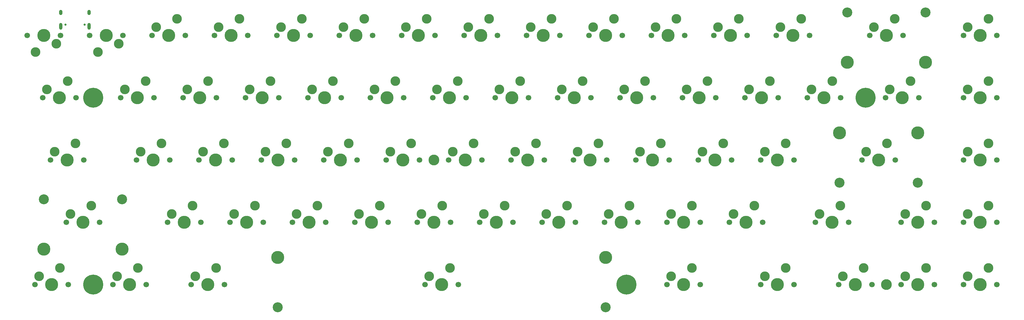
<source format=gbr>
%TF.GenerationSoftware,KiCad,Pcbnew,(5.99.0-2809-gaceed2b0a4)*%
%TF.CreationDate,2020-08-26T23:20:53-04:00*%
%TF.ProjectId,athene-pcb,61746865-6e65-42d7-9063-622e6b696361,rev?*%
%TF.SameCoordinates,Original*%
%TF.FileFunction,Soldermask,Top*%
%TF.FilePolarity,Negative*%
%FSLAX46Y46*%
G04 Gerber Fmt 4.6, Leading zero omitted, Abs format (unit mm)*
G04 Created by KiCad (PCBNEW (5.99.0-2809-gaceed2b0a4)) date 2020-08-26 23:20:53*
%MOMM*%
%LPD*%
G01*
G04 APERTURE LIST*
%ADD10C,6.100000*%
%ADD11C,3.987800*%
%ADD12C,3.048000*%
%ADD13C,3.300000*%
%ADD14C,2.950000*%
%ADD15C,1.700000*%
%ADD16C,3.980180*%
%ADD17O,1.000000X1.600000*%
%ADD18O,1.000000X2.100000*%
%ADD19C,0.650000*%
G04 APERTURE END LIST*
D10*
%TO.C,Poker_oval_hole*%
X203200000Y-101600000D03*
%TD*%
D11*
%TO.C,ST_LSHIFT*%
X49244250Y-90805000D03*
D12*
X25368250Y-75565000D03*
D11*
X25368250Y-90805000D03*
D12*
X49244250Y-75565000D03*
%TD*%
%TO.C,ST_BKSP*%
X270637000Y-18415000D03*
D11*
X270637000Y-33655000D03*
D12*
X294513000Y-18415000D03*
D11*
X294513000Y-33655000D03*
%TD*%
D13*
%TO.C,HOLE5*%
X282575000Y-101600000D03*
%TD*%
%TO.C,HOLE5*%
X144462500Y-63500000D03*
%TD*%
D10*
%TO.C,Poker_oval_hole*%
X40481250Y-101600000D03*
%TD*%
D11*
%TO.C,ST_ENTER*%
X292131750Y-55245000D03*
X268255750Y-55245000D03*
D12*
X292131750Y-70485000D03*
X268255750Y-70485000D03*
%TD*%
D10*
%TO.C,Poker_oval_hole*%
X40481250Y-44450000D03*
%TD*%
%TO.C,Poker_oval_hole*%
X276225000Y-44454000D03*
%TD*%
D14*
%TO.C,K54*%
X216852500Y-80010000D03*
X223202500Y-77470000D03*
D15*
X225742500Y-82550000D03*
D16*
X220662500Y-82550000D03*
D15*
X215582500Y-82550000D03*
%TD*%
D17*
%TO.C,J1*%
X30605000Y-18412500D03*
D18*
X39245000Y-22592500D03*
X30605000Y-22592500D03*
D17*
X39245000Y-18412500D03*
D19*
X37815000Y-22062500D03*
X32035000Y-22062500D03*
%TD*%
D15*
%TO.C,K14*%
X287655000Y-25400000D03*
D14*
X278765000Y-22860000D03*
X285115000Y-20320000D03*
D16*
X282575000Y-25400000D03*
D15*
X277495000Y-25400000D03*
%TD*%
%TO.C,K58*%
X306070000Y-82550000D03*
D14*
X313690000Y-77470000D03*
D16*
X311150000Y-82550000D03*
D14*
X307340000Y-80010000D03*
D15*
X316230000Y-82550000D03*
%TD*%
D14*
%TO.C,K24*%
X183515000Y-41910000D03*
X189865000Y-39370000D03*
D16*
X187325000Y-44450000D03*
D15*
X192405000Y-44450000D03*
X182245000Y-44450000D03*
%TD*%
D14*
%TO.C,K51*%
X159702500Y-80010000D03*
X166052500Y-77470000D03*
D15*
X168592500Y-82550000D03*
X158432500Y-82550000D03*
D16*
X163512500Y-82550000D03*
%TD*%
%TO.C,K22*%
X149225000Y-44450000D03*
D14*
X151765000Y-39370000D03*
D15*
X154305000Y-44450000D03*
X144145000Y-44450000D03*
D14*
X145415000Y-41910000D03*
%TD*%
%TO.C,K59*%
X30321250Y-96520000D03*
D16*
X27781250Y-101600000D03*
D15*
X22701250Y-101600000D03*
D14*
X23971250Y-99060000D03*
D15*
X32861250Y-101600000D03*
%TD*%
%TO.C,K15*%
X316230000Y-25400000D03*
D14*
X313690000Y-20320000D03*
D16*
X311150000Y-25400000D03*
D14*
X307340000Y-22860000D03*
D15*
X306070000Y-25400000D03*
%TD*%
D14*
%TO.C,K6*%
X116840000Y-22860000D03*
D15*
X115570000Y-25400000D03*
D14*
X123190000Y-20320000D03*
D16*
X120650000Y-25400000D03*
D15*
X125730000Y-25400000D03*
%TD*%
D14*
%TO.C,K55*%
X242252500Y-77470000D03*
D15*
X244792500Y-82550000D03*
X234632500Y-82550000D03*
D14*
X235902500Y-80010000D03*
D16*
X239712500Y-82550000D03*
%TD*%
D15*
%TO.C,K9*%
X182880000Y-25400000D03*
D14*
X173990000Y-22860000D03*
X180340000Y-20320000D03*
D15*
X172720000Y-25400000D03*
D16*
X177800000Y-25400000D03*
%TD*%
%TO.C,K53*%
X201612500Y-82550000D03*
D15*
X196532500Y-82550000D03*
D14*
X197802500Y-80010000D03*
D15*
X206692500Y-82550000D03*
D14*
X204152500Y-77470000D03*
%TD*%
D15*
%TO.C,K31*%
X27463750Y-63500000D03*
D16*
X32543750Y-63500000D03*
D14*
X28733750Y-60960000D03*
X35083750Y-58420000D03*
D15*
X37623750Y-63500000D03*
%TD*%
%TO.C,K28*%
X258445000Y-44450000D03*
D16*
X263525000Y-44450000D03*
D15*
X268605000Y-44450000D03*
D14*
X266065000Y-39370000D03*
X259715000Y-41910000D03*
%TD*%
D16*
%TO.C,K30*%
X311150000Y-44450000D03*
D15*
X306070000Y-44450000D03*
D14*
X307340000Y-41910000D03*
X313690000Y-39370000D03*
D15*
X316230000Y-44450000D03*
%TD*%
D14*
%TO.C,K23*%
X170815000Y-39370000D03*
D15*
X163195000Y-44450000D03*
X173355000Y-44450000D03*
D16*
X168275000Y-44450000D03*
D14*
X164465000Y-41910000D03*
%TD*%
D15*
%TO.C,K17*%
X59055000Y-44450000D03*
X48895000Y-44450000D03*
D16*
X53975000Y-44450000D03*
D14*
X50165000Y-41910000D03*
X56515000Y-39370000D03*
%TD*%
D15*
%TO.C,K26*%
X220345000Y-44450000D03*
D14*
X227965000Y-39370000D03*
D16*
X225425000Y-44450000D03*
D15*
X230505000Y-44450000D03*
D14*
X221615000Y-41910000D03*
%TD*%
%TO.C,K61*%
X77946250Y-96520000D03*
D15*
X80486250Y-101600000D03*
X70326250Y-101600000D03*
D16*
X75406250Y-101600000D03*
D14*
X71596250Y-99060000D03*
%TD*%
%TO.C,K5*%
X104140000Y-20320000D03*
X97790000Y-22860000D03*
D15*
X96520000Y-25400000D03*
D16*
X101600000Y-25400000D03*
D15*
X106680000Y-25400000D03*
%TD*%
%TO.C,K29*%
X292417500Y-44450000D03*
X282257500Y-44450000D03*
D14*
X289877500Y-39370000D03*
X283527500Y-41910000D03*
D16*
X287337500Y-44450000D03*
%TD*%
D15*
%TO.C,K47*%
X92392500Y-82550000D03*
D14*
X89852500Y-77470000D03*
D16*
X87312500Y-82550000D03*
D15*
X82232500Y-82550000D03*
D14*
X83502500Y-80010000D03*
%TD*%
%TO.C,K64*%
X245427500Y-99060000D03*
D15*
X254317500Y-101600000D03*
D14*
X251777500Y-96520000D03*
D15*
X244157500Y-101600000D03*
D16*
X249237500Y-101600000D03*
%TD*%
D14*
%TO.C,K2*%
X48260000Y-27940000D03*
X41910000Y-30480000D03*
D16*
X44450000Y-25400000D03*
D15*
X39370000Y-25400000D03*
X49530000Y-25400000D03*
%TD*%
D14*
%TO.C,K42*%
X245427500Y-60960000D03*
D15*
X254317500Y-63500000D03*
X244157500Y-63500000D03*
D16*
X249237500Y-63500000D03*
D14*
X251777500Y-58420000D03*
%TD*%
D15*
%TO.C,K38*%
X167957500Y-63500000D03*
D16*
X173037500Y-63500000D03*
D15*
X178117500Y-63500000D03*
D14*
X169227500Y-60960000D03*
X175577500Y-58420000D03*
%TD*%
D16*
%TO.C,K20*%
X111125000Y-44450000D03*
D14*
X107315000Y-41910000D03*
D15*
X106045000Y-44450000D03*
D14*
X113665000Y-39370000D03*
D15*
X116205000Y-44450000D03*
%TD*%
D14*
%TO.C,K52*%
X178752500Y-80010000D03*
D15*
X177482500Y-82550000D03*
X187642500Y-82550000D03*
D16*
X182562500Y-82550000D03*
D14*
X185102500Y-77470000D03*
%TD*%
D15*
%TO.C,K27*%
X239395000Y-44450000D03*
D16*
X244475000Y-44450000D03*
D14*
X240665000Y-41910000D03*
X247015000Y-39370000D03*
D15*
X249555000Y-44450000D03*
%TD*%
%TO.C,K4*%
X87630000Y-25400000D03*
D16*
X82550000Y-25400000D03*
D14*
X78740000Y-22860000D03*
D15*
X77470000Y-25400000D03*
D14*
X85090000Y-20320000D03*
%TD*%
%TO.C,K48*%
X102552500Y-80010000D03*
X108902500Y-77470000D03*
D16*
X106362500Y-82550000D03*
D15*
X111442500Y-82550000D03*
X101282500Y-82550000D03*
%TD*%
D16*
%TO.C,K49*%
X125412500Y-82550000D03*
D15*
X120332500Y-82550000D03*
D14*
X127952500Y-77470000D03*
X121602500Y-80010000D03*
D15*
X130492500Y-82550000D03*
%TD*%
%TO.C,K41*%
X235267500Y-63500000D03*
D14*
X226377500Y-60960000D03*
D16*
X230187500Y-63500000D03*
D14*
X232727500Y-58420000D03*
D15*
X225107500Y-63500000D03*
%TD*%
D14*
%TO.C,K33*%
X80327500Y-58420000D03*
D15*
X82867500Y-63500000D03*
D14*
X73977500Y-60960000D03*
D15*
X72707500Y-63500000D03*
D16*
X77787500Y-63500000D03*
%TD*%
D14*
%TO.C,K1*%
X29210000Y-27940000D03*
X22860000Y-30480000D03*
D16*
X25400000Y-25400000D03*
D15*
X20320000Y-25400000D03*
X30480000Y-25400000D03*
%TD*%
D11*
%TO.C,ST_SPACE*%
X96805750Y-93345000D03*
D12*
X196881750Y-108585000D03*
D11*
X196881750Y-93345000D03*
D12*
X96805750Y-108585000D03*
%TD*%
D15*
%TO.C,K32*%
X63817500Y-63500000D03*
D14*
X54927500Y-60960000D03*
D16*
X58737500Y-63500000D03*
D15*
X53657500Y-63500000D03*
D14*
X61277500Y-58420000D03*
%TD*%
%TO.C,K19*%
X88265000Y-41910000D03*
X94615000Y-39370000D03*
D16*
X92075000Y-44450000D03*
D15*
X86995000Y-44450000D03*
X97155000Y-44450000D03*
%TD*%
%TO.C,K18*%
X67945000Y-44450000D03*
D16*
X73025000Y-44450000D03*
D14*
X69215000Y-41910000D03*
D15*
X78105000Y-44450000D03*
D14*
X75565000Y-39370000D03*
%TD*%
%TO.C,K25*%
X208915000Y-39370000D03*
D15*
X211455000Y-44450000D03*
D16*
X206375000Y-44450000D03*
D15*
X201295000Y-44450000D03*
D14*
X202565000Y-41910000D03*
%TD*%
D15*
%TO.C,K50*%
X149542500Y-82550000D03*
D14*
X147002500Y-77470000D03*
D16*
X144462500Y-82550000D03*
D15*
X139382500Y-82550000D03*
D14*
X140652500Y-80010000D03*
%TD*%
D15*
%TO.C,K45*%
X32226250Y-82550000D03*
D16*
X37306250Y-82550000D03*
D14*
X39846250Y-77470000D03*
D15*
X42386250Y-82550000D03*
D14*
X33496250Y-80010000D03*
%TD*%
D15*
%TO.C,K36*%
X129857500Y-63500000D03*
D16*
X134937500Y-63500000D03*
D15*
X140017500Y-63500000D03*
D14*
X137477500Y-58420000D03*
X131127500Y-60960000D03*
%TD*%
%TO.C,K39*%
X188277500Y-60960000D03*
D16*
X192087500Y-63500000D03*
D14*
X194627500Y-58420000D03*
D15*
X197167500Y-63500000D03*
X187007500Y-63500000D03*
%TD*%
%TO.C,K3*%
X58420000Y-25400000D03*
X68580000Y-25400000D03*
D14*
X59690000Y-22860000D03*
D16*
X63500000Y-25400000D03*
D14*
X66040000Y-20320000D03*
%TD*%
%TO.C,K37*%
X156527500Y-58420000D03*
X150177500Y-60960000D03*
D16*
X153987500Y-63500000D03*
D15*
X148907500Y-63500000D03*
X159067500Y-63500000D03*
%TD*%
D14*
%TO.C,K60*%
X54133750Y-96520000D03*
X47783750Y-99060000D03*
D15*
X46513750Y-101600000D03*
X56673750Y-101600000D03*
D16*
X51593750Y-101600000D03*
%TD*%
%TO.C,K40*%
X211137500Y-63500000D03*
D14*
X207327500Y-60960000D03*
D15*
X216217500Y-63500000D03*
X206057500Y-63500000D03*
D14*
X213677500Y-58420000D03*
%TD*%
D16*
%TO.C,K43*%
X280193750Y-63500000D03*
D15*
X285273750Y-63500000D03*
D14*
X282733750Y-58420000D03*
D15*
X275113750Y-63500000D03*
D14*
X276383750Y-60960000D03*
%TD*%
D15*
%TO.C,K10*%
X201930000Y-25400000D03*
D14*
X199390000Y-20320000D03*
D15*
X191770000Y-25400000D03*
D14*
X193040000Y-22860000D03*
D16*
X196850000Y-25400000D03*
%TD*%
%TO.C,K46*%
X68262500Y-82550000D03*
D15*
X63182500Y-82550000D03*
X73342500Y-82550000D03*
D14*
X64452500Y-80010000D03*
X70802500Y-77470000D03*
%TD*%
D15*
%TO.C,K56*%
X260826250Y-82550000D03*
D14*
X268446250Y-77470000D03*
D15*
X270986250Y-82550000D03*
D14*
X262096250Y-80010000D03*
D16*
X265906250Y-82550000D03*
%TD*%
D15*
%TO.C,K13*%
X248920000Y-25400000D03*
D14*
X250190000Y-22860000D03*
D15*
X259080000Y-25400000D03*
D14*
X256540000Y-20320000D03*
D16*
X254000000Y-25400000D03*
%TD*%
D14*
%TO.C,K34*%
X99377500Y-58420000D03*
X93027500Y-60960000D03*
D15*
X91757500Y-63500000D03*
D16*
X96837500Y-63500000D03*
D15*
X101917500Y-63500000D03*
%TD*%
D16*
%TO.C,K62*%
X146843750Y-101600000D03*
D14*
X143033750Y-99060000D03*
D15*
X151923750Y-101600000D03*
X141763750Y-101600000D03*
D14*
X149383750Y-96520000D03*
%TD*%
%TO.C,K35*%
X118427500Y-58420000D03*
X112077500Y-60960000D03*
D15*
X110807500Y-63500000D03*
D16*
X115887500Y-63500000D03*
D15*
X120967500Y-63500000D03*
%TD*%
D14*
%TO.C,K65*%
X275590000Y-96520000D03*
D16*
X273050000Y-101600000D03*
D14*
X269240000Y-99060000D03*
D15*
X278130000Y-101600000D03*
X267970000Y-101600000D03*
%TD*%
D14*
%TO.C,K63*%
X216852500Y-99060000D03*
D15*
X215582500Y-101600000D03*
D16*
X220662500Y-101600000D03*
D14*
X223202500Y-96520000D03*
D15*
X225742500Y-101600000D03*
%TD*%
%TO.C,K44*%
X306070000Y-63500000D03*
X316230000Y-63500000D03*
D14*
X313690000Y-58420000D03*
D16*
X311150000Y-63500000D03*
D14*
X307340000Y-60960000D03*
%TD*%
%TO.C,K16*%
X26352500Y-41910000D03*
D15*
X35242500Y-44450000D03*
D14*
X32702500Y-39370000D03*
D16*
X30162500Y-44450000D03*
D15*
X25082500Y-44450000D03*
%TD*%
%TO.C,K67*%
X306070000Y-101600000D03*
X316230000Y-101600000D03*
D14*
X307340000Y-99060000D03*
X313690000Y-96520000D03*
D16*
X311150000Y-101600000D03*
%TD*%
D14*
%TO.C,K57*%
X294640000Y-77470000D03*
D16*
X292100000Y-82550000D03*
D14*
X288290000Y-80010000D03*
D15*
X287020000Y-82550000D03*
X297180000Y-82550000D03*
%TD*%
D14*
%TO.C,K66*%
X294640000Y-96520000D03*
D16*
X292100000Y-101600000D03*
D14*
X288290000Y-99060000D03*
D15*
X287020000Y-101600000D03*
X297180000Y-101600000D03*
%TD*%
%TO.C,K11*%
X210820000Y-25400000D03*
D14*
X212090000Y-22860000D03*
D16*
X215900000Y-25400000D03*
D15*
X220980000Y-25400000D03*
D14*
X218440000Y-20320000D03*
%TD*%
D16*
%TO.C,K8*%
X158750000Y-25400000D03*
D14*
X154940000Y-22860000D03*
D15*
X163830000Y-25400000D03*
D14*
X161290000Y-20320000D03*
D15*
X153670000Y-25400000D03*
%TD*%
D14*
%TO.C,K7*%
X142240000Y-20320000D03*
D15*
X134620000Y-25400000D03*
D16*
X139700000Y-25400000D03*
D14*
X135890000Y-22860000D03*
D15*
X144780000Y-25400000D03*
%TD*%
D14*
%TO.C,K21*%
X132715000Y-39370000D03*
D15*
X125095000Y-44450000D03*
X135255000Y-44450000D03*
D16*
X130175000Y-44450000D03*
D14*
X126365000Y-41910000D03*
%TD*%
D15*
%TO.C,K12*%
X240030000Y-25400000D03*
D14*
X231140000Y-22860000D03*
D15*
X229870000Y-25400000D03*
D16*
X234950000Y-25400000D03*
D14*
X237490000Y-20320000D03*
%TD*%
M02*

</source>
